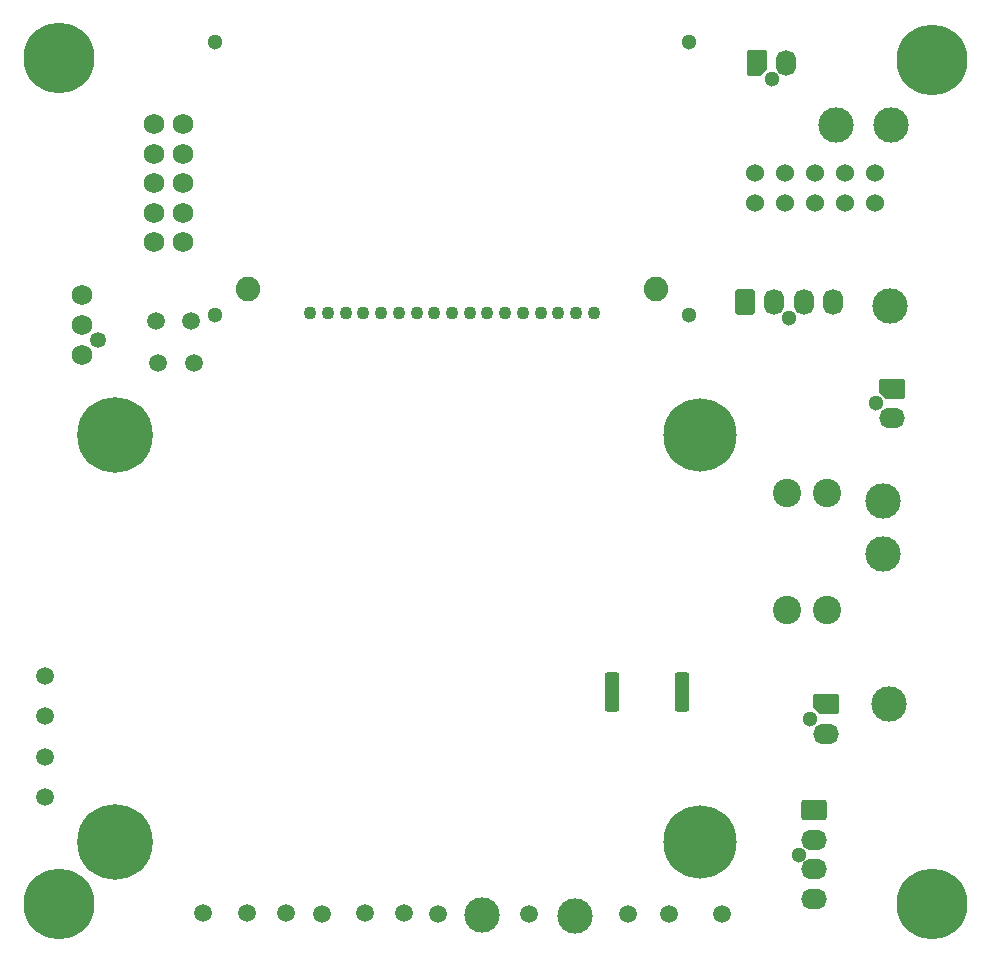
<source format=gbr>
%TF.GenerationSoftware,KiCad,Pcbnew,9.0.4*%
%TF.CreationDate,2026-01-12T01:51:10-06:00*%
%TF.ProjectId,PS-ChargerInterfacePCB,50532d43-6861-4726-9765-72496e746572,rev?*%
%TF.SameCoordinates,Original*%
%TF.FileFunction,Soldermask,Bot*%
%TF.FilePolarity,Negative*%
%FSLAX46Y46*%
G04 Gerber Fmt 4.6, Leading zero omitted, Abs format (unit mm)*
G04 Created by KiCad (PCBNEW 9.0.4) date 2026-01-12 01:51:10*
%MOMM*%
%LPD*%
G01*
G04 APERTURE LIST*
G04 Aperture macros list*
%AMRoundRect*
0 Rectangle with rounded corners*
0 $1 Rounding radius*
0 $2 $3 $4 $5 $6 $7 $8 $9 X,Y pos of 4 corners*
0 Add a 4 corners polygon primitive as box body*
4,1,4,$2,$3,$4,$5,$6,$7,$8,$9,$2,$3,0*
0 Add four circle primitives for the rounded corners*
1,1,$1+$1,$2,$3*
1,1,$1+$1,$4,$5*
1,1,$1+$1,$6,$7*
1,1,$1+$1,$8,$9*
0 Add four rect primitives between the rounded corners*
20,1,$1+$1,$2,$3,$4,$5,0*
20,1,$1+$1,$4,$5,$6,$7,0*
20,1,$1+$1,$6,$7,$8,$9,0*
20,1,$1+$1,$8,$9,$2,$3,0*%
%AMFreePoly0*
4,1,22,0.945671,0.830970,1.026777,0.776777,1.080970,0.695671,1.100000,0.600000,1.100000,-0.600000,1.080970,-0.695671,1.026777,-0.776777,0.945671,-0.830970,0.850000,-0.850000,-0.450000,-0.850000,-0.545671,-0.830970,-0.626777,-0.776777,-1.026777,-0.376777,-1.080970,-0.295671,-1.100000,-0.200000,-1.100000,0.600000,-1.080970,0.695671,-1.026777,0.776777,-0.945671,0.830970,-0.850000,0.850000,
0.850000,0.850000,0.945671,0.830970,0.945671,0.830970,$1*%
G04 Aperture macros list end*
%ADD10C,3.400000*%
%ADD11C,6.000000*%
%ADD12C,1.300000*%
%ADD13FreePoly0,0.000000*%
%ADD14O,2.200000X1.700000*%
%ADD15C,1.500000*%
%ADD16C,3.000000*%
%ADD17C,1.524000*%
%ADD18RoundRect,0.250000X-0.850000X-0.600000X0.850000X-0.600000X0.850000X0.600000X-0.850000X0.600000X0*%
%ADD19C,1.752600*%
%ADD20C,2.400000*%
%ADD21FreePoly0,90.000000*%
%ADD22O,1.700000X2.200000*%
%ADD23C,1.346200*%
%ADD24C,1.100000*%
%ADD25C,2.085000*%
%ADD26RoundRect,0.250000X0.362500X1.425000X-0.362500X1.425000X-0.362500X-1.425000X0.362500X-1.425000X0*%
%ADD27RoundRect,0.250000X0.600000X-0.850000X0.600000X0.850000X-0.600000X0.850000X-0.600000X-0.850000X0*%
%ADD28C,3.600000*%
%ADD29C,6.400000*%
%ADD30C,6.200000*%
G04 APERTURE END LIST*
D10*
%TO.C,H4*%
X62800000Y-116800000D03*
D11*
X62800000Y-116800000D03*
%TD*%
D12*
%TO.C,Buzzer1*%
X126410000Y-101150000D03*
D13*
X127750000Y-99900000D03*
D14*
X127750000Y-102400000D03*
%TD*%
D15*
%TO.C,Gate2*%
X61600000Y-107800000D03*
%TD*%
D16*
%TO.C,24V_OUT1*%
X132600000Y-87200000D03*
%TD*%
%TO.C,+24V_IN1*%
X132600000Y-82700000D03*
%TD*%
D10*
%TO.C,H1*%
X62800000Y-45200000D03*
D11*
X62800000Y-45200000D03*
%TD*%
D17*
%TO.C,Logic_Analyzer1*%
X121750000Y-54900000D03*
X121750000Y-57440000D03*
X124290000Y-54900000D03*
X124290000Y-57440000D03*
X126830000Y-54900000D03*
X126830000Y-57440000D03*
X129370000Y-54900000D03*
X129370000Y-57440000D03*
X131910000Y-54900000D03*
X131910000Y-57440000D03*
%TD*%
D11*
%TO.C,H2*%
X136750000Y-45400000D03*
D10*
X136750000Y-45400000D03*
%TD*%
D16*
%TO.C,+14V1*%
X133100000Y-99900000D03*
%TD*%
D15*
%TO.C,SW1*%
X88700000Y-117600000D03*
%TD*%
%TO.C,FB1*%
X75000000Y-117600000D03*
%TD*%
D12*
%TO.C,Elcon1*%
X125410707Y-112650000D03*
D18*
X126750707Y-108900000D03*
D14*
X126750707Y-111400000D03*
X126750707Y-113900000D03*
X126750707Y-116400000D03*
%TD*%
D16*
%TO.C,GND1*%
X133200000Y-50900000D03*
%TD*%
%TO.C,+24V1*%
X133150000Y-66200000D03*
%TD*%
D19*
%TO.C,Panel_LED801*%
X73300000Y-60800000D03*
X73300000Y-58300000D03*
X73300000Y-55800000D03*
X73300000Y-53300000D03*
X73300000Y-50800000D03*
X70800000Y-60800000D03*
X70800000Y-58300000D03*
X70800000Y-55800000D03*
X70800000Y-53300000D03*
X70800000Y-50800000D03*
%TD*%
D20*
%TO.C,U2*%
X127800000Y-82030000D03*
X124400000Y-82030000D03*
X127800000Y-91950000D03*
X124400000Y-91950000D03*
%TD*%
D15*
%TO.C,VCC1*%
X85100000Y-117650707D03*
%TD*%
%TO.C,OV2*%
X61600000Y-100900000D03*
%TD*%
D12*
%TO.C,Estop1*%
X123139886Y-46940000D03*
D21*
X121889886Y-45600000D03*
D22*
X124389886Y-45600000D03*
%TD*%
D15*
%TO.C,TP_FETConn1*%
X111000000Y-117650000D03*
%TD*%
D23*
%TO.C,EVSE1*%
X66120000Y-69060000D03*
D19*
X64780000Y-70310000D03*
X64780000Y-67810000D03*
X64780000Y-65310000D03*
%TD*%
D15*
%TO.C,TP_FETConn2*%
X61600000Y-104400000D03*
%TD*%
%TO.C,COMP1*%
X78700000Y-117600000D03*
%TD*%
%TO.C,Vcap1*%
X114449552Y-117650000D03*
%TD*%
D12*
%TO.C,J9*%
X131991522Y-74444397D03*
D13*
X133331522Y-73194397D03*
D14*
X133331522Y-75694397D03*
%TD*%
D16*
%TO.C,+14V2*%
X98650000Y-117750000D03*
%TD*%
D15*
%TO.C,ILIM1*%
X82000000Y-117600000D03*
%TD*%
D10*
%TO.C,H3*%
X136750000Y-116800000D03*
D11*
X136750000Y-116800000D03*
%TD*%
D15*
%TO.C,EN/UVLO1*%
X94900000Y-117650000D03*
%TD*%
%TO.C,Gate1*%
X102550000Y-117650000D03*
%TD*%
%TO.C,BOOT1*%
X92000000Y-117600000D03*
%TD*%
D16*
%TO.C,+3V3*%
X128600000Y-50900000D03*
%TD*%
%TO.C,RPP_EN1*%
X106450000Y-117825000D03*
%TD*%
D15*
%TO.C,Vcap2*%
X61600000Y-97500000D03*
%TD*%
%TO.C,TP3*%
X74200000Y-71000000D03*
%TD*%
%TO.C,OV1*%
X118900000Y-117650000D03*
%TD*%
%TO.C,TP2*%
X71200000Y-71000000D03*
%TD*%
%TO.C,TP4*%
X74000000Y-67500000D03*
%TD*%
%TO.C,TP1*%
X71050000Y-67450000D03*
%TD*%
D24*
%TO.C,DS1*%
X108070000Y-66770000D03*
X106570000Y-66770000D03*
X105070000Y-66770000D03*
X103570000Y-66770000D03*
X102070000Y-66770000D03*
X100570000Y-66770000D03*
X99070000Y-66770000D03*
X97570000Y-66770000D03*
X96070000Y-66770000D03*
X94570000Y-66770000D03*
X93070000Y-66770000D03*
X91570000Y-66770000D03*
X90070000Y-66770000D03*
X88570000Y-66770000D03*
X87070000Y-66770000D03*
X85570000Y-66770000D03*
X84070000Y-66770000D03*
D25*
X113370000Y-64730000D03*
X78770000Y-64730000D03*
D12*
X116170000Y-66920000D03*
X75970000Y-66920000D03*
X75970000Y-43820000D03*
X116170000Y-43820000D03*
%TD*%
D26*
%TO.C,R29*%
X115540000Y-98860000D03*
X109615000Y-98860000D03*
%TD*%
D12*
%TO.C,Elcon2*%
X124600000Y-67210000D03*
D27*
X120850000Y-65870000D03*
D22*
X123350000Y-65870000D03*
X125850000Y-65870000D03*
X128350000Y-65870000D03*
%TD*%
D28*
%TO.C,U1*%
X67559921Y-77080001D03*
D29*
X67559921Y-77080001D03*
D28*
X117059921Y-77080001D03*
D30*
X117059921Y-77080001D03*
D28*
X117059921Y-111580001D03*
D30*
X117059921Y-111580001D03*
D28*
X67559921Y-111580001D03*
D29*
X67559921Y-111580001D03*
%TD*%
M02*

</source>
